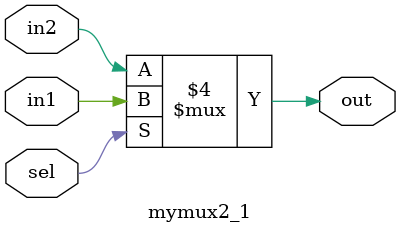
<source format=v>

module mymux2_1 (
    input  wire in1,
    input  wire in2,
    input  wire sel,

    output reg  out
);
    always @(*) begin
        if( sel == 1'b1 )
            out = in1;
        else
            out = in2;
    end
endmodule
</source>
